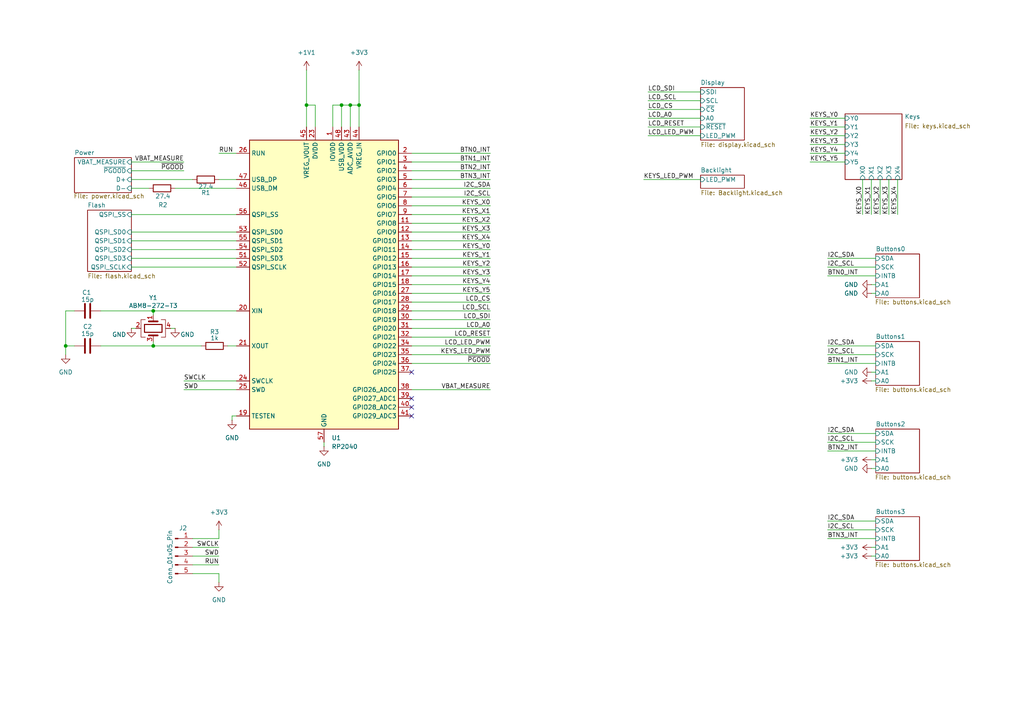
<source format=kicad_sch>
(kicad_sch (version 20231120) (generator "eeschema") (generator_version "8.0")
  (paper "A4")
  (lib_symbols
    (symbol "Connector:Conn_01x05_Pin" (pin_names (offset 1.016) hide)
      (property "Reference" "J" (at 0 7.62 0))
      (property "Value" "Conn_01x05_Pin" (at 0 -7.62 0))
      (symbol "Conn_01x05_Pin_1_1"
        (polyline (pts (xy 1.27 -5.08) (xy 0.8636 -5.08)) (stroke (width 0.1524)))
        (polyline (pts (xy 1.27 -2.54) (xy 0.8636 -2.54)) (stroke (width 0.1524)))
        (polyline (pts (xy 1.27 0) (xy 0.8636 0)) (stroke (width 0.1524)))
        (polyline (pts (xy 1.27 2.54) (xy 0.8636 2.54)) (stroke (width 0.1524)))
        (polyline (pts (xy 1.27 5.08) (xy 0.8636 5.08)) (stroke (width 0.1524)))
        (rectangle (start 0.8636 -4.953) (end 0 -5.207) (stroke (width 0.1524)) (fill (type outline)))
        (rectangle (start 0.8636 -2.413) (end 0 -2.667) (stroke (width 0.1524)) (fill (type outline)))
        (rectangle (start 0.8636 0.127) (end 0 -0.127) (stroke (width 0.1524)) (fill (type outline)))
        (rectangle (start 0.8636 2.667) (end 0 2.413) (stroke (width 0.1524)) (fill (type outline)))
        (rectangle (start 0.8636 5.207) (end 0 4.953) (stroke (width 0.1524)) (fill (type outline)))
        (pin passive line (at 5.08 5.08 180) (length 3.81) (name "Pin_1") (number "1"))
        (pin passive line (at 5.08 2.54 180) (length 3.81) (name "Pin_2") (number "2"))
        (pin passive line (at 5.08 0 180) (length 3.81) (name "Pin_3") (number "3"))
        (pin passive line (at 5.08 -2.54 180) (length 3.81) (name "Pin_4") (number "4"))
        (pin passive line (at 5.08 -5.08 180) (length 3.81) (name "Pin_5") (number "5"))
      )
    )
    (symbol "Device:C" (pin_numbers hide) (pin_names (offset 0.254))
      (property "Reference" "C" (at 0.635 2.54 0))
      (property "Value" "C" (at 0.635 -2.54 0))
      (symbol "C_0_1"
        (polyline (pts (xy -2.032 -0.762) (xy 2.032 -0.762)) (stroke (width 0.508)))
        (polyline (pts (xy -2.032 0.762) (xy 2.032 0.762)) (stroke (width 0.508)))
      )
      (symbol "C_1_1"
        (pin passive line (at 0 3.81 270) (length 2.794) (name "~") (number "1"))
        (pin passive line (at 0 -3.81 90) (length 2.794) (name "~") (number "2"))
      )
    )
    (symbol "Device:Crystal_GND24" (pin_names (offset 1.016) hide)
      (property "Reference" "Y" (at 3.175 5.08 0))
      (property "Value" "Crystal_GND24" (at 3.175 3.175 0))
      (symbol "Crystal_GND24_0_1"
        (rectangle (start -1.143 2.54) (end 1.143 -2.54) (stroke (width 0.3048)))
        (polyline (pts (xy -2.54 0) (xy -2.032 0)))
        (polyline (pts (xy -2.032 -1.27) (xy -2.032 1.27)) (stroke (width 0.508)))
        (polyline (pts (xy 0 -3.81) (xy 0 -3.556)))
        (polyline (pts (xy 0 3.556) (xy 0 3.81)))
        (polyline (pts (xy 2.032 -1.27) (xy 2.032 1.27)) (stroke (width 0.508)))
        (polyline (pts (xy 2.032 0) (xy 2.54 0)))
        (polyline (pts (xy -2.54 -2.286) (xy -2.54 -3.556) (xy 2.54 -3.556) (xy 2.54 -2.286)))
        (polyline (pts (xy -2.54 2.286) (xy -2.54 3.556) (xy 2.54 3.556) (xy 2.54 2.286)))
      )
      (symbol "Crystal_GND24_1_1"
        (pin passive line (at -3.81 0 0) (length 1.27) (name "1") (number "1"))
        (pin passive line (at 0 5.08 270) (length 1.27) (name "2") (number "2"))
        (pin passive line (at 3.81 0 180) (length 1.27) (name "3") (number "3"))
        (pin passive line (at 0 -5.08 90) (length 1.27) (name "4") (number "4"))
      )
    )
    (symbol "Device:R" (pin_numbers hide) (pin_names (offset 0))
      (property "Reference" "R" (at 2.032 0 90))
      (property "Value" "R" (at 0 0 90))
      (symbol "R_0_1"
        (rectangle (start -1.016 -2.54) (end 1.016 2.54) (stroke (width 0.254)))
      )
      (symbol "R_1_1"
        (pin passive line (at 0 3.81 270) (length 1.27) (name "~") (number "1"))
        (pin passive line (at 0 -3.81 90) (length 1.27) (name "~") (number "2"))
      )
    )
    (symbol "MCU_RaspberryPi:RP2040"
      (property "Reference" "U" (at 17.78 45.72 0))
      (property "Value" "RP2040" (at 17.78 43.18 0))
      (symbol "RP2040_0_1"
        (rectangle (start -21.59 41.91) (end 21.59 -41.91) (stroke (width 0.254)) (fill (type background)))
      )
      (symbol "RP2040_1_1"
        (pin power_in line (at 2.54 45.72 270) (length 3.81) (name "IOVDD") (number "1"))
        (pin passive line (at 2.54 45.72 270) (length 3.81) hide (name "IOVDD") (number "10"))
        (pin bidirectional line (at 25.4 17.78 180) (length 3.81) (name "GPIO8") (number "11"))
        (pin bidirectional line (at 25.4 15.24 180) (length 3.81) (name "GPIO9") (number "12"))
        (pin bidirectional line (at 25.4 12.7 180) (length 3.81) (name "GPIO10") (number "13"))
        (pin bidirectional line (at 25.4 10.16 180) (length 3.81) (name "GPIO11") (number "14"))
        (pin bidirectional line (at 25.4 7.62 180) (length 3.81) (name "GPIO12") (number "15"))
        (pin bidirectional line (at 25.4 5.08 180) (length 3.81) (name "GPIO13") (number "16"))
        (pin bidirectional line (at 25.4 2.54 180) (length 3.81) (name "GPIO14") (number "17"))
        (pin bidirectional line (at 25.4 0 180) (length 3.81) (name "GPIO15") (number "18"))
        (pin input line (at -25.4 -38.1 0) (length 3.81) (name "TESTEN") (number "19"))
        (pin bidirectional line (at 25.4 38.1 180) (length 3.81) (name "GPIO0") (number "2"))
        (pin input line (at -25.4 -7.62 0) (length 3.81) (name "XIN") (number "20"))
        (pin passive line (at -25.4 -17.78 0) (length 3.81) (name "XOUT") (number "21"))
        (pin passive line (at 2.54 45.72 270) (length 3.81) hide (name "IOVDD") (number "22"))
        (pin power_in line (at -2.54 45.72 270) (length 3.81) (name "DVDD") (number "23"))
        (pin input line (at -25.4 -27.94 0) (length 3.81) (name "SWCLK") (number "24"))
        (pin bidirectional line (at -25.4 -30.48 0) (length 3.81) (name "SWD") (number "25"))
        (pin input line (at -25.4 38.1 0) (length 3.81) (name "RUN") (number "26"))
        (pin bidirectional line (at 25.4 -2.54 180) (length 3.81) (name "GPIO16") (number "27"))
        (pin bidirectional line (at 25.4 -5.08 180) (length 3.81) (name "GPIO17") (number "28"))
        (pin bidirectional line (at 25.4 -7.62 180) (length 3.81) (name "GPIO18") (number "29"))
        (pin bidirectional line (at 25.4 35.56 180) (length 3.81) (name "GPIO1") (number "3"))
        (pin bidirectional line (at 25.4 -10.16 180) (length 3.81) (name "GPIO19") (number "30"))
        (pin bidirectional line (at 25.4 -12.7 180) (length 3.81) (name "GPIO20") (number "31"))
        (pin bidirectional line (at 25.4 -15.24 180) (length 3.81) (name "GPIO21") (number "32"))
        (pin passive line (at 2.54 45.72 270) (length 3.81) hide (name "IOVDD") (number "33"))
        (pin bidirectional line (at 25.4 -17.78 180) (length 3.81) (name "GPIO22") (number "34"))
        (pin bidirectional line (at 25.4 -20.32 180) (length 3.81) (name "GPIO23") (number "35"))
        (pin bidirectional line (at 25.4 -22.86 180) (length 3.81) (name "GPIO24") (number "36"))
        (pin bidirectional line (at 25.4 -25.4 180) (length 3.81) (name "GPIO25") (number "37"))
        (pin bidirectional line (at 25.4 -30.48 180) (length 3.81) (name "GPIO26_ADC0") (number "38"))
        (pin bidirectional line (at 25.4 -33.02 180) (length 3.81) (name "GPIO27_ADC1") (number "39"))
        (pin bidirectional line (at 25.4 33.02 180) (length 3.81) (name "GPIO2") (number "4"))
        (pin bidirectional line (at 25.4 -35.56 180) (length 3.81) (name "GPIO28_ADC2") (number "40"))
        (pin bidirectional line (at 25.4 -38.1 180) (length 3.81) (name "GPIO29_ADC3") (number "41"))
        (pin passive line (at 2.54 45.72 270) (length 3.81) hide (name "IOVDD") (number "42"))
        (pin power_in line (at 7.62 45.72 270) (length 3.81) (name "ADC_AVDD") (number "43"))
        (pin power_in line (at 10.16 45.72 270) (length 3.81) (name "VREG_IN") (number "44"))
        (pin power_out line (at -5.08 45.72 270) (length 3.81) (name "VREG_VOUT") (number "45"))
        (pin bidirectional line (at -25.4 27.94 0) (length 3.81) (name "USB_DM") (number "46"))
        (pin bidirectional line (at -25.4 30.48 0) (length 3.81) (name "USB_DP") (number "47"))
        (pin power_in line (at 5.08 45.72 270) (length 3.81) (name "USB_VDD") (number "48"))
        (pin passive line (at 2.54 45.72 270) (length 3.81) hide (name "IOVDD") (number "49"))
        (pin bidirectional line (at 25.4 30.48 180) (length 3.81) (name "GPIO3") (number "5"))
        (pin passive line (at -2.54 45.72 270) (length 3.81) hide (name "DVDD") (number "50"))
        (pin bidirectional line (at -25.4 7.62 0) (length 3.81) (name "QSPI_SD3") (number "51"))
        (pin output line (at -25.4 5.08 0) (length 3.81) (name "QSPI_SCLK") (number "52"))
        (pin bidirectional line (at -25.4 15.24 0) (length 3.81) (name "QSPI_SD0") (number "53"))
        (pin bidirectional line (at -25.4 10.16 0) (length 3.81) (name "QSPI_SD2") (number "54"))
        (pin bidirectional line (at -25.4 12.7 0) (length 3.81) (name "QSPI_SD1") (number "55"))
        (pin bidirectional line (at -25.4 20.32 0) (length 3.81) (name "QSPI_SS") (number "56"))
        (pin power_in line (at 0 -45.72 90) (length 3.81) (name "GND") (number "57"))
        (pin bidirectional line (at 25.4 27.94 180) (length 3.81) (name "GPIO4") (number "6"))
        (pin bidirectional line (at 25.4 25.4 180) (length 3.81) (name "GPIO5") (number "7"))
        (pin bidirectional line (at 25.4 22.86 180) (length 3.81) (name "GPIO6") (number "8"))
        (pin bidirectional line (at 25.4 20.32 180) (length 3.81) (name "GPIO7") (number "9"))
      )
    )
    (symbol "power:+1V1" (power) (pin_numbers hide) (pin_names (offset 0) hide)
      (property "Value" "+1V1" (at 0 3.556 0))
      (symbol "+1V1_0_1"
        (polyline (pts (xy -0.762 1.27) (xy 0 2.54)))
        (polyline (pts (xy 0 0) (xy 0 2.54)))
        (polyline (pts (xy 0 2.54) (xy 0.762 1.27)))
      )
      (symbol "+1V1_1_1"
        (pin power_in line (at 0 0 90) (length 0) (name "~") (number "1"))
      )
    )
    (symbol "power:+3V3" (power) (pin_numbers hide) (pin_names (offset 0) hide)
      (property "Value" "+3V3" (at 0 3.556 0))
      (symbol "+3V3_0_1"
        (polyline (pts (xy -0.762 1.27) (xy 0 2.54)))
        (polyline (pts (xy 0 0) (xy 0 2.54)))
        (polyline (pts (xy 0 2.54) (xy 0.762 1.27)))
      )
      (symbol "+3V3_1_1"
        (pin power_in line (at 0 0 90) (length 0) (name "~") (number "1"))
      )
    )
    (symbol "power:GND" (power) (pin_numbers hide) (pin_names (offset 0) hide)
      (property "Value" "GND" (at 0 -3.81 0))
      (symbol "GND_0_1"
        (polyline (pts (xy 0 0) (xy 0 -1.27) (xy 1.27 -1.27) (xy 0 -2.54) (xy -1.27 -1.27) (xy 0 -1.27)))
      )
      (symbol "GND_1_1"
        (pin power_in line (at 0 0 270) (length 0) (name "~") (number "1"))
      )
    )
  )
  (junction (at 44.45 90.17))
  (junction (at 99.06 30.48))
  (junction (at 104.14 30.48))
  (junction (at 101.6 30.48))
  (junction (at 88.9 30.48))
  (junction (at 44.45 100.33))
  (junction (at 19.05 100.33))
  (no_connect (at 119.38 120.65))
  (no_connect (at 119.38 107.95))
  (no_connect (at 119.38 115.57))
  (no_connect (at 119.38 118.11))
  (wire (pts (xy 119.38 97.79) (xy 142.24 97.79)))
  (wire (pts (xy 38.1 95.25) (xy 39.37 95.25)))
  (wire (pts (xy 19.05 90.17) (xy 19.05 100.33)))
  (wire (pts (xy 240.03 74.93) (xy 254 74.93)))
  (wire (pts (xy 63.5 168.91) (xy 63.5 166.37)))
  (wire (pts (xy 93.98 128.27) (xy 93.98 129.54)))
  (wire (pts (xy 187.96 36.83) (xy 203.2 36.83)))
  (wire (pts (xy 104.14 30.48) (xy 104.14 36.83)))
  (wire (pts (xy 19.05 100.33) (xy 19.05 102.87)))
  (wire (pts (xy 29.21 90.17) (xy 44.45 90.17)))
  (wire (pts (xy 119.38 85.09) (xy 142.24 85.09)))
  (wire (pts (xy 119.38 72.39) (xy 142.24 72.39)))
  (wire (pts (xy 55.88 163.83) (xy 63.5 163.83)))
  (wire (pts (xy 19.05 100.33) (xy 21.59 100.33)))
  (wire (pts (xy 240.03 130.81) (xy 254 130.81)))
  (wire (pts (xy 252.73 85.09) (xy 254 85.09)))
  (wire (pts (xy 255.27 62.23) (xy 255.27 52.07)))
  (wire (pts (xy 119.38 62.23) (xy 142.24 62.23)))
  (wire (pts (xy 88.9 30.48) (xy 88.9 36.83)))
  (wire (pts (xy 187.96 31.75) (xy 203.2 31.75)))
  (wire (pts (xy 29.21 100.33) (xy 44.45 100.33)))
  (wire (pts (xy 240.03 156.21) (xy 254 156.21)))
  (wire (pts (xy 119.38 59.69) (xy 142.24 59.69)))
  (wire (pts (xy 119.38 44.45) (xy 142.24 44.45)))
  (wire (pts (xy 119.38 80.01) (xy 142.24 80.01)))
  (wire (pts (xy 119.38 54.61) (xy 142.24 54.61)))
  (wire (pts (xy 44.45 90.17) (xy 68.58 90.17)))
  (wire (pts (xy 119.38 77.47) (xy 142.24 77.47)))
  (wire (pts (xy 63.5 153.67) (xy 63.5 156.21)))
  (wire (pts (xy 63.5 44.45) (xy 68.58 44.45)))
  (wire (pts (xy 187.96 34.29) (xy 203.2 34.29)))
  (wire (pts (xy 53.34 110.49) (xy 68.58 110.49)))
  (wire (pts (xy 38.1 46.99) (xy 53.34 46.99)))
  (wire (pts (xy 260.35 52.07) (xy 260.35 62.23)))
  (wire (pts (xy 257.81 62.23) (xy 257.81 52.07)))
  (wire (pts (xy 187.96 39.37) (xy 203.2 39.37)))
  (wire (pts (xy 234.95 41.91) (xy 245.11 41.91)))
  (wire (pts (xy 38.1 69.85) (xy 68.58 69.85)))
  (wire (pts (xy 67.31 121.92) (xy 67.31 120.65)))
  (wire (pts (xy 38.1 52.07) (xy 55.88 52.07)))
  (wire (pts (xy 53.34 113.03) (xy 68.58 113.03)))
  (wire (pts (xy 38.1 49.53) (xy 53.34 49.53)))
  (wire (pts (xy 55.88 161.29) (xy 63.5 161.29)))
  (wire (pts (xy 240.03 77.47) (xy 254 77.47)))
  (wire (pts (xy 101.6 30.48) (xy 101.6 36.83)))
  (wire (pts (xy 240.03 125.73) (xy 254 125.73)))
  (wire (pts (xy 252.73 158.75) (xy 254 158.75)))
  (wire (pts (xy 119.38 57.15) (xy 142.24 57.15)))
  (wire (pts (xy 119.38 105.41) (xy 142.24 105.41)))
  (wire (pts (xy 240.03 102.87) (xy 254 102.87)))
  (wire (pts (xy 99.06 30.48) (xy 99.06 36.83)))
  (wire (pts (xy 234.95 34.29) (xy 245.11 34.29)))
  (wire (pts (xy 44.45 90.17) (xy 44.45 91.44)))
  (wire (pts (xy 21.59 90.17) (xy 19.05 90.17)))
  (wire (pts (xy 234.95 46.99) (xy 245.11 46.99)))
  (wire (pts (xy 119.38 74.93) (xy 142.24 74.93)))
  (wire (pts (xy 38.1 54.61) (xy 43.18 54.61)))
  (wire (pts (xy 63.5 156.21) (xy 55.88 156.21)))
  (wire (pts (xy 186.69 52.07) (xy 203.2 52.07)))
  (wire (pts (xy 252.73 62.23) (xy 252.73 52.07)))
  (wire (pts (xy 67.31 120.65) (xy 68.58 120.65)))
  (wire (pts (xy 250.19 62.23) (xy 250.19 52.07)))
  (wire (pts (xy 96.52 30.48) (xy 99.06 30.48)))
  (wire (pts (xy 240.03 100.33) (xy 254 100.33)))
  (wire (pts (xy 119.38 67.31) (xy 142.24 67.31)))
  (wire (pts (xy 119.38 113.03) (xy 142.24 113.03)))
  (wire (pts (xy 55.88 158.75) (xy 63.5 158.75)))
  (wire (pts (xy 119.38 46.99) (xy 142.24 46.99)))
  (wire (pts (xy 38.1 62.23) (xy 68.58 62.23)))
  (wire (pts (xy 101.6 30.48) (xy 104.14 30.48)))
  (wire (pts (xy 240.03 105.41) (xy 254 105.41)))
  (wire (pts (xy 119.38 49.53) (xy 142.24 49.53)))
  (wire (pts (xy 234.95 39.37) (xy 245.11 39.37)))
  (wire (pts (xy 38.1 77.47) (xy 68.58 77.47)))
  (wire (pts (xy 252.73 161.29) (xy 254 161.29)))
  (wire (pts (xy 63.5 52.07) (xy 68.58 52.07)))
  (wire (pts (xy 38.1 67.31) (xy 68.58 67.31)))
  (wire (pts (xy 252.73 110.49) (xy 254 110.49)))
  (wire (pts (xy 38.1 72.39) (xy 68.58 72.39)))
  (wire (pts (xy 234.95 44.45) (xy 245.11 44.45)))
  (wire (pts (xy 119.38 82.55) (xy 142.24 82.55)))
  (wire (pts (xy 240.03 153.67) (xy 254 153.67)))
  (wire (pts (xy 119.38 64.77) (xy 142.24 64.77)))
  (wire (pts (xy 119.38 100.33) (xy 142.24 100.33)))
  (wire (pts (xy 91.44 30.48) (xy 91.44 36.83)))
  (wire (pts (xy 44.45 100.33) (xy 44.45 99.06)))
  (wire (pts (xy 234.95 36.83) (xy 245.11 36.83)))
  (wire (pts (xy 187.96 29.21) (xy 203.2 29.21)))
  (wire (pts (xy 252.73 82.55) (xy 254 82.55)))
  (wire (pts (xy 119.38 52.07) (xy 142.24 52.07)))
  (wire (pts (xy 38.1 74.93) (xy 68.58 74.93)))
  (wire (pts (xy 240.03 151.13) (xy 254 151.13)))
  (wire (pts (xy 119.38 92.71) (xy 142.24 92.71)))
  (wire (pts (xy 99.06 30.48) (xy 101.6 30.48)))
  (wire (pts (xy 88.9 20.32) (xy 88.9 30.48)))
  (wire (pts (xy 252.73 133.35) (xy 254 133.35)))
  (wire (pts (xy 252.73 107.95) (xy 254 107.95)))
  (wire (pts (xy 119.38 95.25) (xy 142.24 95.25)))
  (wire (pts (xy 63.5 166.37) (xy 55.88 166.37)))
  (wire (pts (xy 240.03 128.27) (xy 254 128.27)))
  (wire (pts (xy 252.73 135.89) (xy 254 135.89)))
  (wire (pts (xy 119.38 69.85) (xy 142.24 69.85)))
  (wire (pts (xy 50.8 95.25) (xy 49.53 95.25)))
  (wire (pts (xy 119.38 90.17) (xy 142.24 90.17)))
  (wire (pts (xy 240.03 80.01) (xy 254 80.01)))
  (wire (pts (xy 44.45 100.33) (xy 58.42 100.33)))
  (wire (pts (xy 88.9 30.48) (xy 91.44 30.48)))
  (wire (pts (xy 187.96 26.67) (xy 203.2 26.67)))
  (wire (pts (xy 104.14 20.32) (xy 104.14 30.48)))
  (wire (pts (xy 96.52 36.83) (xy 96.52 30.48)))
  (wire (pts (xy 119.38 102.87) (xy 142.24 102.87)))
  (wire (pts (xy 119.38 87.63) (xy 142.24 87.63)))
  (wire (pts (xy 66.04 100.33) (xy 68.58 100.33)))
  (wire (pts (xy 50.8 54.61) (xy 68.58 54.61)))
  (label "KEYS_Y4" (at 234.95 44.45 0))
  (label "KEYS_Y0" (at 142.24 72.39 180))
  (label "KEYS_X2" (at 142.24 64.77 180))
  (label "LCD_A0" (at 187.96 34.29 0))
  (label "BTN1_INT" (at 240.03 105.41 0))
  (label "BTN2_INT" (at 240.03 130.81 0))
  (label "KEYS_X4" (at 142.24 69.85 180))
  (label "SWD" (at 63.5 161.29 180))
  (label "RUN" (at 63.5 163.83 180))
  (label "VBAT_MEASURE" (at 142.24 113.03 180))
  (label "KEYS_Y5" (at 142.24 85.09 180))
  (label "KEYS_Y0" (at 234.95 34.29 0))
  (label "I2C_SCL" (at 240.03 128.27 0))
  (label "KEYS_X2" (at 255.27 62.23 90))
  (label "BTN3_INT" (at 142.24 52.07 180))
  (label "BTN2_INT" (at 142.24 49.53 180))
  (label "SWD" (at 53.34 113.03 0))
  (label "~{PGOOD}" (at 142.24 105.41 180))
  (label "KEYS_Y4" (at 142.24 82.55 180))
  (label "LCD_CS" (at 142.24 87.63 180))
  (label "KEYS_Y2" (at 234.95 39.37 0))
  (label "LCD_SCL" (at 142.24 90.17 180))
  (label "KEYS_LED_PWM" (at 142.24 102.87 180))
  (label "BTN3_INT" (at 240.03 156.21 0))
  (label "I2C_SDA" (at 240.03 151.13 0))
  (label "LCD_RESET" (at 187.96 36.83 0))
  (label "LCD_LED_PWM" (at 142.24 100.33 180))
  (label "BTN0_INT" (at 142.24 44.45 180))
  (label "BTN1_INT" (at 142.24 46.99 180))
  (label "I2C_SDA" (at 142.24 54.61 180))
  (label "KEYS_Y1" (at 234.95 36.83 0))
  (label "LCD_CS" (at 187.96 31.75 0))
  (label "SWCLK" (at 53.34 110.49 0))
  (label "KEYS_Y5" (at 234.95 46.99 0))
  (label "KEYS_X3" (at 257.81 62.23 90))
  (label "KEYS_X1" (at 142.24 62.23 180))
  (label "RUN" (at 63.5 44.45 0))
  (label "KEYS_Y3" (at 142.24 80.01 180))
  (label "VBAT_MEASURE" (at 53.34 46.99 180))
  (label "I2C_SDA" (at 240.03 74.93 0))
  (label "LCD_SDI" (at 187.96 26.67 0))
  (label "BTN0_INT" (at 240.03 80.01 0))
  (label "I2C_SDA" (at 240.03 125.73 0))
  (label "LCD_SDI" (at 142.24 92.71 180))
  (label "KEYS_X3" (at 142.24 67.31 180))
  (label "LCD_SCL" (at 187.96 29.21 0))
  (label "I2C_SCL" (at 240.03 153.67 0))
  (label "SWCLK" (at 63.5 158.75 180))
  (label "KEYS_X0" (at 142.24 59.69 180))
  (label "~{PGOOD}" (at 53.34 49.53 180))
  (label "LCD_LED_PWM" (at 187.96 39.37 0))
  (label "KEYS_X4" (at 260.35 62.23 90))
  (label "KEYS_X1" (at 252.73 62.23 90))
  (label "I2C_SDA" (at 240.03 100.33 0))
  (label "KEYS_Y2" (at 142.24 77.47 180))
  (label "I2C_SCL" (at 240.03 77.47 0))
  (label "LCD_RESET" (at 142.24 97.79 180))
  (label "KEYS_Y1" (at 142.24 74.93 180))
  (label "I2C_SCL" (at 240.03 102.87 0))
  (label "LCD_A0" (at 142.24 95.25 180))
  (label "KEYS_LED_PWM" (at 186.69 52.07 0))
  (label "KEYS_X0" (at 250.19 62.23 90))
  (label "I2C_SCL" (at 142.24 57.15 180))
  (label "KEYS_Y3" (at 234.95 41.91 0))
  (symbol (lib_id "power:+3V3") (at 252.73 110.49 90) (unit 1)
    (property "Reference" "#PWR09" (effects (hide yes)))
    (property "Value" "+3V3" (at 248.92 110.4899 90) (effects (justify left)))
    (property "Description" "Power symbol creates a global label with name \"+3V3\"" (effects (hide yes)))
  )
  (symbol (lib_id "MCU_RaspberryPi:RP2040") (at 93.98 82.55 0) (unit 1)
    (property "Reference" "U1" (at 96.1741 127 0) (effects (justify left)))
    (property "Value" "RP2040" (at 96.1741 129.54 0) (effects (justify left)))
    (property "Footprint" "Package_DFN_QFN:QFN-56-1EP_7x7mm_P0.4mm_EP3.2x3.2mm" (effects (hide yes)))
    (property "Datasheet" "https://datasheets.raspberrypi.com/rp2040/rp2040-datasheet.pdf" (effects (hide yes)))
    (property "Description" "A microcontroller by Raspberry Pi" (effects (hide yes)))
    (property "LCSC" "C2040" (effects (hide yes)))
  )
  (symbol (lib_id "power:+3V3") (at 104.14 20.32 0) (unit 1)
    (property "Reference" "#PWR02" (effects (hide yes)))
    (property "Value" "+3V3" (at 104.14 15.24 0))
    (property "Description" "Power symbol creates a global label with name \"+3V3\"" (effects (hide yes)))
  )
  (symbol (lib_id "power:GND") (at 63.5 168.91 0) (unit 1)
    (property "Reference" "#PWR093" (effects (hide yes)))
    (property "Value" "GND" (at 63.5 173.99 0))
    (property "Description" "Power symbol creates a global label with name \"GND\" , ground" (effects (hide yes)))
  )
  (symbol (lib_id "Device:C") (at 25.4 90.17 90) (unit 1)
    (property "Reference" "C1" (at 25.146 84.836 90))
    (property "Value" "15p" (at 25.4 86.868 90))
    (property "Footprint" "Capacitor_SMD:C_0402_1005Metric" (effects (hide yes)))
    (property "Description" "Unpolarized capacitor" (effects (hide yes)))
    (property "LCSC" "C1548" (effects (hide yes)))
  )
  (symbol (lib_id "Device:Crystal_GND24") (at 44.45 95.25 90) (mirror x) (unit 1)
    (property "Reference" "Y1" (at 44.45 86.36 90))
    (property "Value" "ABM8-272-T3" (at 44.45 88.646 90))
    (property "Footprint" "Crystal:Crystal_SMD_Abracon_ABM8G-4Pin_3.2x2.5mm" (effects (hide yes)))
    (property "Description" "Four pin crystal, GND on pins 2 and 4" (effects (hide yes)))
    (property "LCSC" "C20625731" (effects (hide yes)))
  )
  (symbol (lib_id "power:+3V3") (at 252.73 161.29 90) (unit 1)
    (property "Reference" "#PWR015" (effects (hide yes)))
    (property "Value" "+3V3" (at 248.92 161.2899 90) (effects (justify left)))
    (property "Description" "Power symbol creates a global label with name \"+3V3\"" (effects (hide yes)))
  )
  (symbol (lib_id "Connector:Conn_01x05_Pin") (at 50.8 161.29 0) (unit 1)
    (property "Reference" "J2" (at 53.086 153.162 0))
    (property "Value" "Conn_01x05_Pin" (at 49.276 161.544 90))
    (property "Footprint" "Connector_PinHeader_2.54mm:PinHeader_1x05_P2.54mm_Vertical" (effects (hide yes)))
    (property "Description" "Generic connector, single row, 01x05, script generated" (effects (hide yes)))
  )
  (symbol (lib_id "power:GND") (at 50.8 95.25 0) (unit 1)
    (property "Reference" "#PWR06" (effects (hide yes)))
    (property "Value" "GND" (at 54.356 97.028 0))
    (property "Description" "Power symbol creates a global label with name \"GND\" , ground" (effects (hide yes)))
  )
  (symbol (lib_id "power:GND") (at 252.73 85.09 270) (unit 1)
    (property "Reference" "#PWR04" (effects (hide yes)))
    (property "Value" "GND" (at 248.92 85.0899 90) (effects (justify right)))
    (property "Description" "Power symbol creates a global label with name \"GND\" , ground" (effects (hide yes)))
  )
  (symbol (lib_id "Device:R") (at 62.23 100.33 90) (unit 1)
    (property "Reference" "R3" (at 62.23 96.266 90))
    (property "Value" "1k" (at 62.23 98.044 90))
    (property "Footprint" "Resistor_SMD:R_0402_1005Metric" (effects (hide yes)))
    (property "Description" "Resistor" (effects (hide yes)))
    (property "LCSC" "C11702" (effects (hide yes)))
  )
  (symbol (lib_id "power:GND") (at 93.98 129.54 0) (unit 1)
    (property "Reference" "#PWR011" (effects (hide yes)))
    (property "Value" "GND" (at 93.98 134.62 0))
    (property "Description" "Power symbol creates a global label with name \"GND\" , ground" (effects (hide yes)))
  )
  (symbol (lib_id "power:GND") (at 67.31 121.92 0) (unit 1)
    (property "Reference" "#PWR010" (effects (hide yes)))
    (property "Value" "GND" (at 67.31 127 0))
    (property "Description" "Power symbol creates a global label with name \"GND\" , ground" (effects (hide yes)))
  )
  (symbol (lib_id "power:GND") (at 38.1 95.25 0) (mirror y) (unit 1)
    (property "Reference" "#PWR05" (effects (hide yes)))
    (property "Value" "GND" (at 34.544 97.028 0))
    (property "Description" "Power symbol creates a global label with name \"GND\" , ground" (effects (hide yes)))
  )
  (symbol (lib_id "power:+3V3") (at 252.73 133.35 90) (unit 1)
    (property "Reference" "#PWR012" (effects (hide yes)))
    (property "Value" "+3V3" (at 248.92 133.3499 90) (effects (justify left)))
    (property "Description" "Power symbol creates a global label with name \"+3V3\"" (effects (hide yes)))
  )
  (symbol (lib_id "power:GND") (at 252.73 135.89 270) (unit 1)
    (property "Reference" "#PWR013" (effects (hide yes)))
    (property "Value" "GND" (at 248.92 135.8899 90) (effects (justify right)))
    (property "Description" "Power symbol creates a global label with name \"GND\" , ground" (effects (hide yes)))
  )
  (symbol (lib_id "Device:R") (at 46.99 54.61 90) (unit 1)
    (property "Reference" "R2" (at 47.244 59.436 90))
    (property "Value" "27.4" (at 47.244 56.896 90))
    (property "Footprint" "Resistor_SMD:R_0402_1005Metric" (effects (hide yes)))
    (property "Description" "Resistor" (effects (hide yes)))
    (property "LCSC" "C31439" (effects (hide yes)))
  )
  (symbol (lib_id "power:+3V3") (at 252.73 158.75 90) (unit 1)
    (property "Reference" "#PWR014" (effects (hide yes)))
    (property "Value" "+3V3" (at 248.92 158.7499 90) (effects (justify left)))
    (property "Description" "Power symbol creates a global label with name \"+3V3\"" (effects (hide yes)))
  )
  (symbol (lib_id "Device:C") (at 25.4 100.33 90) (unit 1)
    (property "Reference" "C2" (at 25.4 94.742 90))
    (property "Value" "15p" (at 25.4 96.774 90))
    (property "Footprint" "Capacitor_SMD:C_0402_1005Metric" (effects (hide yes)))
    (property "Description" "Unpolarized capacitor" (effects (hide yes)))
    (property "LCSC" "C1548" (effects (hide yes)))
  )
  (symbol (lib_id "Device:R") (at 59.69 52.07 90) (unit 1)
    (property "Reference" "R1" (at 59.69 55.88 90))
    (property "Value" "27.4" (at 59.69 54.102 90))
    (property "Footprint" "Resistor_SMD:R_0402_1005Metric" (effects (hide yes)))
    (property "Description" "Resistor" (effects (hide yes)))
    (property "LCSC" "C31439" (effects (hide yes)))
  )
  (symbol (lib_id "power:+3V3") (at 63.5 153.67 0) (unit 1)
    (property "Reference" "#PWR094" (effects (hide yes)))
    (property "Value" "+3V3" (at 63.5 148.59 0))
    (property "Description" "Power symbol creates a global label with name \"+3V3\"" (effects (hide yes)))
  )
  (symbol (lib_id "power:GND") (at 252.73 82.55 270) (unit 1)
    (property "Reference" "#PWR03" (effects (hide yes)))
    (property "Value" "GND" (at 248.92 82.5499 90) (effects (justify right)))
    (property "Description" "Power symbol creates a global label with name \"GND\" , ground" (effects (hide yes)))
  )
  (symbol (lib_id "power:+1V1") (at 88.9 20.32 0) (unit 1)
    (property "Reference" "#PWR01" (effects (hide yes)))
    (property "Value" "+1V1" (at 88.9 15.24 0))
    (property "Description" "Power symbol creates a global label with name \"+1V1\"" (effects (hide yes)))
  )
  (symbol (lib_id "power:GND") (at 19.05 102.87 0) (unit 1)
    (property "Reference" "#PWR07" (effects (hide yes)))
    (property "Value" "GND" (at 19.05 107.95 0))
    (property "Description" "Power symbol creates a global label with name \"GND\" , ground" (effects (hide yes)))
  )
  (symbol (lib_id "power:GND") (at 252.73 107.95 270) (unit 1)
    (property "Reference" "#PWR08" (effects (hide yes)))
    (property "Value" "GND" (at 248.92 107.9499 90) (effects (justify right)))
    (property "Description" "Power symbol creates a global label with name \"GND\" , ground" (effects (hide yes)))
  )
  (sheet (at 254 99.06) (size 12.7 12.7) (stroke (width 0.1524))
    (property "Sheetname" "Buttons1" (at 254 98.3484 0) (effects (justify left bottom)))
    (property "Sheetfile" "buttons.kicad_sch" (at 253.746 112.268 0) (effects (justify left top)))
    (pin "INTB" input (at 254 105.41 180))
    (pin "SDA" input (at 254 100.33 180))
    (pin "SCK" input (at 254 102.87 180))
    (pin "A1" input (at 254 107.95 180))
    (pin "A0" input (at 254 110.49 180))
  )
  (sheet (at 25.4 60.96) (size 12.7 17.78) (stroke (width 0.1524))
    (property "Sheetname" "Flash" (at 25.4 60.2484 0) (effects (justify left bottom)))
    (property "Sheetfile" "flash.kicad_sch" (at 25.4 79.3246 0) (effects (justify left top)))
    (pin "QSPI_SCLK" input (at 38.1 77.47 0))
    (pin "QSPI_SD3" input (at 38.1 74.93 0))
    (pin "QSPI_SD0" input (at 38.1 67.31 0))
    (pin "QSPI_SD2" input (at 38.1 72.39 0))
    (pin "QSPI_SD1" input (at 38.1 69.85 0))
    (pin "QSPI_SS" input (at 38.1 62.23 0))
  )
  (sheet (at 203.2 50.8) (size 12.7 3.81) (stroke (width 0.1524))
    (property "Sheetname" "Backlight" (at 203.2 50.0884 0) (effects (justify left bottom)))
    (property "Sheetfile" "Backlight.kicad_sch" (at 203.2 55.1946 0) (effects (justify left top)))
    (pin "LED_PWM" input (at 203.2 52.07 180))
  )
  (sheet (at 203.2 25.4) (size 12.7 15.24) (stroke (width 0.1524))
    (property "Sheetname" "Display" (at 203.2 24.6884 0) (effects (justify left bottom)))
    (property "Sheetfile" "display.kicad_sch" (at 203.2 41.2246 0) (effects (justify left top)))
    (pin "SCL" input (at 203.2 29.21 180))
    (pin "SDI" input (at 203.2 26.67 180))
    (pin "A0" input (at 203.2 34.29 180))
    (pin "LED_PWM" input (at 203.2 39.37 180))
    (pin "~{CS}" input (at 203.2 31.75 180))
    (pin "~{RESET}" input (at 203.2 36.83 180))
  )
  (sheet (at 254 149.86) (size 12.7 12.7) (stroke (width 0.1524))
    (property "Sheetname" "Buttons3" (at 254 149.1484 0) (effects (justify left bottom)))
    (property "Sheetfile" "buttons.kicad_sch" (at 253.746 163.068 0) (effects (justify left top)))
    (pin "INTB" input (at 254 156.21 180))
    (pin "SDA" input (at 254 151.13 180))
    (pin "SCK" input (at 254 153.67 180))
    (pin "A1" input (at 254 158.75 180))
    (pin "A0" input (at 254 161.29 180))
  )
  (sheet (at 245.11 33.02) (size 16.51 19.05) (stroke (width 0.1524))
    (property "Sheetname" "Keys" (at 262.382 34.544 0) (effects (justify left bottom)))
    (property "Sheetfile" "keys.kicad_sch" (at 262.382 35.814 0) (effects (justify left top)))
    (pin "Y4" input (at 245.11 44.45 180))
    (pin "Y3" input (at 245.11 41.91 180))
    (pin "Y1" input (at 245.11 36.83 180))
    (pin "Y2" input (at 245.11 39.37 180))
    (pin "Y0" input (at 245.11 34.29 180))
    (pin "X4" input (at 260.35 52.07 270))
    (pin "X3" input (at 257.81 52.07 270))
    (pin "X2" input (at 255.27 52.07 270))
    (pin "X1" input (at 252.73 52.07 270))
    (pin "X0" input (at 250.19 52.07 270))
    (pin "Y5" input (at 245.11 46.99 180))
  )
  (sheet (at 254 73.66) (size 12.7 12.7) (stroke (width 0.1524))
    (property "Sheetname" "Buttons0" (at 254 72.9484 0) (effects (justify left bottom)))
    (property "Sheetfile" "buttons.kicad_sch" (at 253.746 86.868 0) (effects (justify left top)))
    (pin "INTB" input (at 254 80.01 180))
    (pin "SDA" input (at 254 74.93 180))
    (pin "SCK" input (at 254 77.47 180))
    (pin "A1" input (at 254 82.55 180))
    (pin "A0" input (at 254 85.09 180))
  )
  (sheet (at 21.59 45.72) (size 16.51 10.16) (stroke (width 0.1524))
    (property "Sheetname" "Power" (at 21.59 45.0084 0) (effects (justify left bottom)))
    (property "Sheetfile" "power.kicad_sch" (at 21.336 56.134 0) (effects (justify left top)))
    (pin "D-" input (at 38.1 54.61 0))
    (pin "D+" input (at 38.1 52.07 0))
    (pin "~{PGOOD}" input (at 38.1 49.53 0))
    (pin "VBAT_MEASURE" input (at 38.1 46.99 0))
  )
  (sheet (at 254 124.46) (size 12.7 12.7) (stroke (width 0.1524))
    (property "Sheetname" "Buttons2" (at 254 123.7484 0) (effects (justify left bottom)))
    (property "Sheetfile" "buttons.kicad_sch" (at 253.746 137.668 0) (effects (justify left top)))
    (pin "INTB" input (at 254 130.81 180))
    (pin "SDA" input (at 254 125.73 180))
    (pin "SCK" input (at 254 128.27 180))
    (pin "A1" input (at 254 133.35 180))
    (pin "A0" input (at 254 135.89 180))
  )
)
</source>
